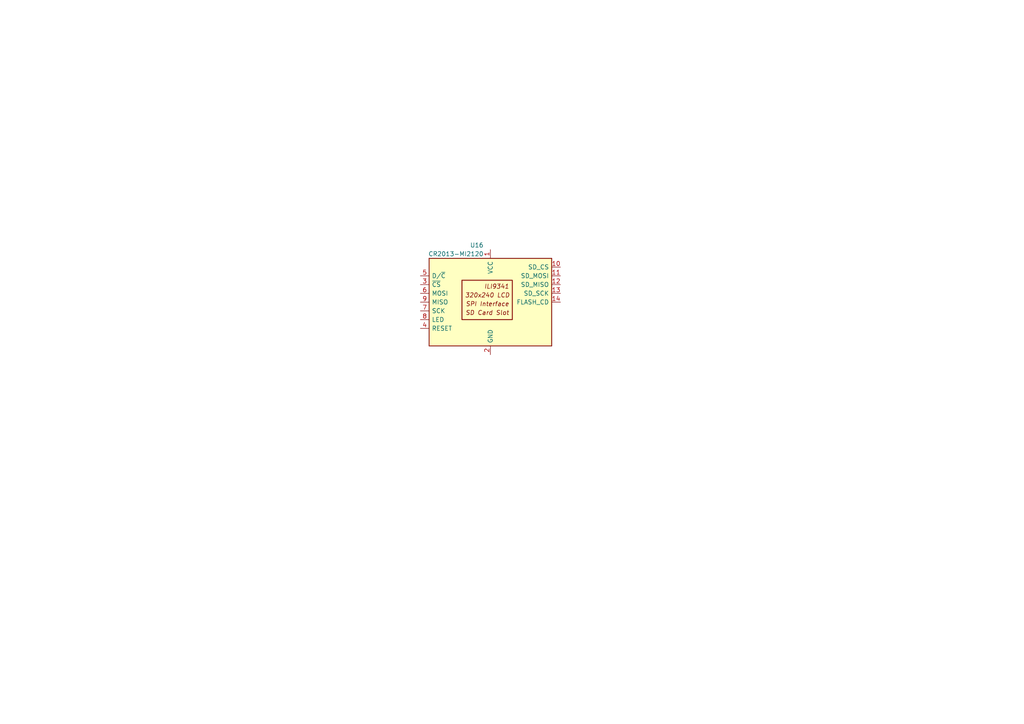
<source format=kicad_sch>
(kicad_sch (version 20231120) (generator "eeschema") (generator_version "8.0")
  (paper "A4")
  (lib_symbols
    (symbol "Driver_Display:CR2013-MI2120" (pin_names (offset 0.762))
      (property "Reference" "U" (at -17.526 13.97 0))
      (property "Value" "CR2013-MI2120" (at 1.905 13.97 0))
      (symbol "CR2013-MI2120_0_0"
        (text "320x240 LCD" (at 0.889 2.032 0) (effects (font (size 1.27 1.27) (italic yes))))
        (text "ILI9341" (at -5.461 4.572 0) (effects (font (size 1.27 1.27) (italic yes)) (justify left)))
        (text "SD Card Slot" (at -5.461 -3.048 0) (effects (font (size 1.27 1.27) (italic yes)) (justify left)))
        (text "SPI Interface" (at -5.461 -0.508 0) (effects (font (size 1.27 1.27) (italic yes)) (justify left)))
      )
      (symbol "CR2013-MI2120_0_1"
        (rectangle (start -17.78 12.7) (end 17.78 -12.7) (stroke (width 0.254)) (fill (type background)))
        (rectangle (start -6.35 6.35) (end 8.255 -5.08) (stroke (width 0.254)))
      )
      (symbol "CR2013-MI2120_1_1"
        (pin power_in line (at 0 15.24 270) (length 2.54) (name "VCC") (number "1"))
        (pin input line (at -20.32 10.16 0) (length 2.54) (name "SD_CS") (number "10"))
        (pin input line (at -20.32 7.62 0) (length 2.54) (name "SD_MOSI") (number "11"))
        (pin output line (at -20.32 5.08 0) (length 2.54) (name "SD_MISO") (number "12"))
        (pin input line (at -20.32 2.54 0) (length 2.54) (name "SD_SCK") (number "13"))
        (pin input line (at -20.32 0 0) (length 2.54) (name "FLASH_CD") (number "14"))
        (pin power_in line (at 0 -15.24 90) (length 2.54) (name "GND") (number "2"))
        (pin input line (at 20.32 5.08 180) (length 2.54) (name "~{CS}") (number "3"))
        (pin input line (at 20.32 -7.62 180) (length 2.54) (name "RESET") (number "4"))
        (pin input line (at 20.32 7.62 180) (length 2.54) (name "D/~{C}") (number "5"))
        (pin input line (at 20.32 2.54 180) (length 2.54) (name "MOSI") (number "6"))
        (pin input line (at 20.32 -2.54 180) (length 2.54) (name "SCK") (number "7"))
        (pin input line (at 20.32 -5.08 180) (length 2.54) (name "LED") (number "8"))
        (pin output line (at 20.32 0 180) (length 2.54) (name "MISO") (number "9"))
      )
    )
  )
  (symbol (lib_id "Driver_Display:CR2013-MI2120") (at 142.24 87.63 0) (mirror y) (unit 1)
    (property "Reference" "U16" (at 140.2841 71.12 0) (effects (justify left)))
    (property "Value" "CR2013-MI2120" (at 140.2841 73.66 0) (effects (justify left)))
    (property "Footprint" "Display:CR2013-MI2120" (effects (hide yes)))
    (property "Datasheet" "http://pan.baidu.com/s/11Y990" (effects (hide yes)))
  )
)
</source>
